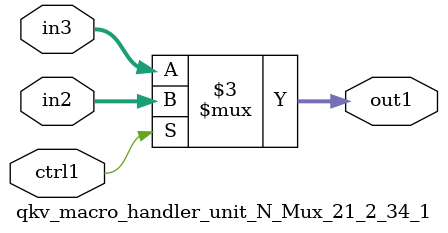
<source format=v>

`timescale 1ps / 1ps


module qkv_macro_handler_unit_N_Mux_21_2_34_1( in3, in2, ctrl1, out1 );

    input [20:0] in3;
    input [20:0] in2;
    input ctrl1;
    output [20:0] out1;
    reg [20:0] out1;

    
    // rtl_process:qkv_macro_handler_unit_N_Mux_21_2_34_1/qkv_macro_handler_unit_N_Mux_21_2_34_1_thread_1
    always @*
      begin : qkv_macro_handler_unit_N_Mux_21_2_34_1_thread_1
        case (ctrl1) 
          1'b1: 
            begin
              out1 = in2;
            end
          default: 
            begin
              out1 = in3;
            end
        endcase
      end

endmodule





</source>
